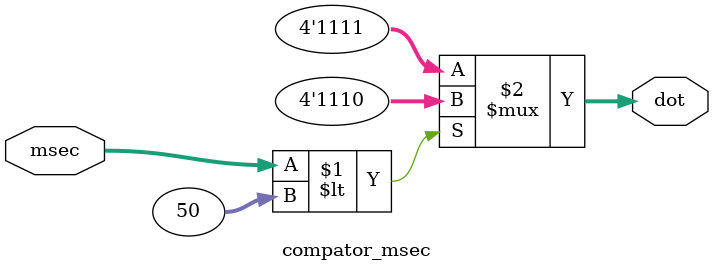
<source format=v>
`timescale 1ns / 1ps

module fnd_controller (
    input clk,
    input reset,
    input sw_mode,
    input [6:0] msec,
    input [5:0] sec,min,
    input [4:0] hour,
    output [7:0] fnd_font,
    output [3:0] fnd_comm
);

    wire [3:0] w_bcd, 
               w_digit_1_msec, w_digit_10_msec, 
               w_digit_1_sec, w_digit_10_sec,
               w_digit_1_min, w_digit_10_min,
               w_digit_1_hour, w_digit_10_hour;

    wire w_clk_100hz;
    wire [2:0] w_seg_sel;
    wire [3:0] w_msec_sec, w_min_hour, w_dot;
    
    clk_divider U_Clk_Divider (
        .clk(clk),
        .reset(reset),
        .o_clk(w_clk_100hz)
    );
    
    counter_8 U_Counter_8 (
        .clk  (w_clk_100hz),
        .reset(reset),
        .o_sel(w_seg_sel)
    );

    decoder_3x8 U_decoder_3x8 (
        .seg_sel (w_seg_sel),
        .seg_comm(fnd_comm)
    );

    digit_splitter #(.BIT_WIDTH(7)) U_Digit_Splitter_msec (
        .bcd(msec),
        .digit_1(w_digit_1_msec),
        .digit_10(w_digit_10_msec)
    );
    
    digit_splitter #(.BIT_WIDTH(6)) U_Digit_Splitter_sec (
        .bcd(sec),
        .digit_1(w_digit_1_sec),
        .digit_10(w_digit_10_sec)
    );

    digit_splitter #(.BIT_WIDTH(6)) U_Digit_Splitter_min (
        .bcd(min),
        .digit_1(w_digit_1_min),
        .digit_10(w_digit_10_min)
    );

    digit_splitter #(.BIT_WIDTH(5)) U_Digit_Splitter_hour (
        .bcd(hour),
        .digit_1(w_digit_1_hour),
        .digit_10(w_digit_10_hour)
    );

    mux_8x1 U_Mux_8x1_stopwatch(
        .sel(w_seg_sel),
        .digit_0(w_digit_1_msec), // 숫자 표시 위한 4자리
        .digit_1(w_digit_10_msec),
        .digit_2(w_digit_1_sec),
        .digit_3(w_digit_10_sec),
        .digit_4(4'hf),  // dot 를 뿌리기 위한 4자리
        .digit_5(4'hf),
        .digit_6(w_dot),
        .digit_7(4'hf),    
        .bcd(w_msec_sec)
    );

     mux_8x1 U_Mux_8x1_clock(
        .sel(w_seg_sel),
        .digit_0(w_digit_1_min), // 숫자 표시 위한 4자리
        .digit_1(w_digit_10_min),
        .digit_2(w_digit_1_hour),
        .digit_3(w_digit_10_hour),
        .digit_4(4'hf),  // dot 를 뿌리기 위한 4자리
        .digit_5(4'hf),
        .digit_6(w_dot),
        .digit_7(4'hf),    
        .bcd(w_min_hour)
    );

    mux_2x1 U_mux_2x1_stopwatch_clock(
        .sw_mode(sw_mode),
        .msec_sec(w_msec_sec),
        .min_hour(w_min_hour),
        .bcd(w_bcd)
    );

    bcdtoseg U_bcdtoseg(
        .bcd(w_bcd),
        .seg(fnd_font)
    );

    compator_msec U_compator_msec(
        .msec(msec),
        .dot(w_dot)
    );
endmodule

// horizental frame 
module clk_divider (
    input  clk,
    input  reset,
    output o_clk
);
    parameter FCOUNT = 100_000 ;// 이름을 상수화하여 사용.
    // $clog2 : 수를 나타내는데 필요한 비트수 계산
    reg [$clog2(FCOUNT)-1:0] r_counter;
    reg r_clk;
    assign o_clk = r_clk;

    always @(posedge clk, posedge reset) begin
        if (reset) begin  // 
            r_counter <= 0;  // 리셋상태
            r_clk <= 1'b0;
        end else begin
            if (r_counter == FCOUNT - 1) begin
                r_counter <= 0;
                r_clk <= 1'b1;  
            end else begin
                r_counter <= r_counter + 1;
                r_clk <= 1'b0;  
            end
        end
    end
endmodule

module counter_8 (
    input        clk,
    input        reset,
    output [2:0] o_sel
);

    reg [2:0] r_counter;
    assign o_sel = r_counter;

    always @(posedge clk, posedge reset) begin
        if (reset) begin
            r_counter <= 0;
        end else begin
            r_counter <= r_counter + 1;
        end
    end
endmodule

module decoder_3x8 (
    input [2:0] seg_sel,
    output reg [3:0] seg_comm
);

    always @(seg_sel) begin
        case (seg_sel)
            3'b000:   seg_comm = 4'b1110;
            3'b001:   seg_comm = 4'b1101;
            3'b010:   seg_comm = 4'b1011;
            3'b011:   seg_comm = 4'b0111;
            3'b100:   seg_comm = 4'b1110;
            3'b101:   seg_comm = 4'b1101;
            3'b110:   seg_comm = 4'b1011;
            3'b111:   seg_comm = 4'b0111;
            default:  seg_comm = 4'b1111;
        endcase
    end
endmodule

module digit_splitter #(parameter BIT_WIDTH = 7) (
    input  [BIT_WIDTH -1:0] bcd,
    output [3:0] digit_1,
    output [3:0] digit_10
);
    assign digit_1 = bcd % 10;  // 1의 자리
    assign digit_10 = bcd / 10 % 10;  // 10의 자리
endmodule

module mux_8x1 (
    input  [2:0] sel,
    input  [3:0] digit_0,
    input  [3:0] digit_1,
    input  [3:0] digit_2,
    input  [3:0] digit_3,
    input  [3:0] digit_4,
    input  [3:0] digit_5,
    input  [3:0] digit_6,
    input  [3:0] digit_7,    
    output reg [3:0] bcd
);

    always @(*) begin
        case (sel)
            3'b000 : bcd = digit_0;
            3'b001 : bcd = digit_1;
            3'b010 : bcd = digit_2;
            3'b011 : bcd = digit_3;
            3'b100 : bcd = digit_4;
            3'b101 : bcd = digit_5;
            3'b110 : bcd = digit_6;
            3'b111 : bcd = digit_7;
            default: bcd = 4'hx;
        endcase
    end
endmodule

module mux_2x1(
    input sw_mode,
    input [3:0] msec_sec,
    input [3:0] min_hour,
    output reg [3:0] bcd
);
    always @(*) begin
        case(sw_mode)
            1'b0 : bcd = msec_sec; 
            1'b1 : bcd = min_hour;
            default : bcd = 4'hf;
        endcase
    end
endmodule

module bcdtoseg (
    input [3:0] bcd, 
    output reg [7:0] seg
);
    // always 구문 출력으로 reg type을 가져야 한다.
    always @(*) begin
        case (bcd)
            4'h0: seg = 8'hc0;
            4'h1: seg = 8'hF9;
            4'h2: seg = 8'hA4;
            4'h3: seg = 8'hB0;
            4'h4: seg = 8'h99;
            4'h5: seg = 8'h92;
            4'h6: seg = 8'h82;
            4'h7: seg = 8'hf8;
            4'h8: seg = 8'h80;
            4'h9: seg = 8'h90;
            4'hA: seg = 8'h88;
            4'hB: seg = 8'h83;
            4'hC: seg = 8'hc6;
            4'hD: seg = 8'ha1;
            4'hE: seg = 8'h7f;
            4'hF: seg = 8'hff;
            default: seg = 8'hff;
        endcase
    end
endmodule

module compator_msec (
    input [6:0] msec,
    output [3:0] dot
);
    assign dot = (msec < 50) ? 4'he : 4'hf; // dot on-off    
endmodule
</source>
